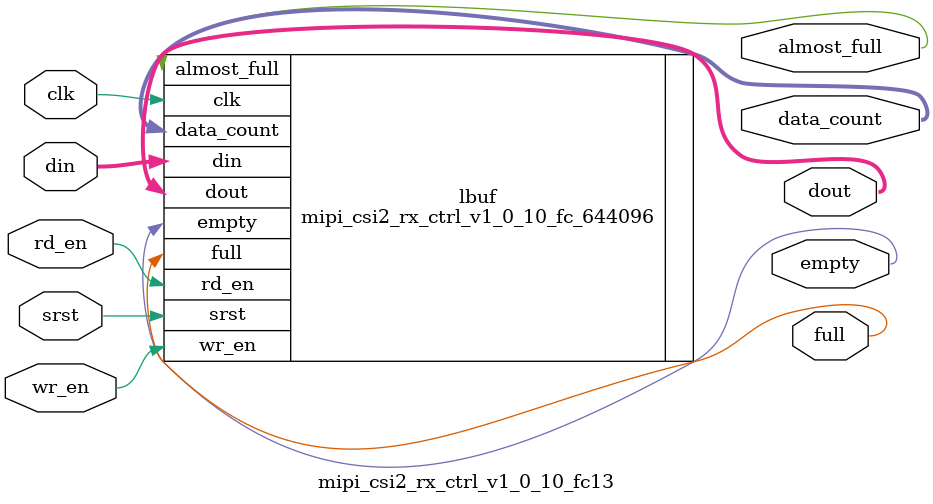
<source format=v>
`timescale 1ns/1ps
module mipi_csi2_rx_ctrl_v1_0_10_fc13 (
input          clk        ,
input          srst       ,
input  [64+4-1:0]  din  ,
input          wr_en      ,
input          rd_en      ,
output  [64+4-1:0]  dout,
output         full       ,
output         almost_full,
output         empty      ,
output [12-1:0]  data_count
);

mipi_csi2_rx_ctrl_v1_0_10_fc_644096 lbuf (
 .clk         (clk         ),
 .srst        (srst        ),
 .din         (din         ),
 .wr_en       (wr_en       ),
 .rd_en       (rd_en       ),
 .dout        (dout        ),
 .full        (full        ),
 .almost_full (almost_full ),
 .empty       (empty       ),
 .data_count  (data_count  ) 
);
endmodule

</source>
